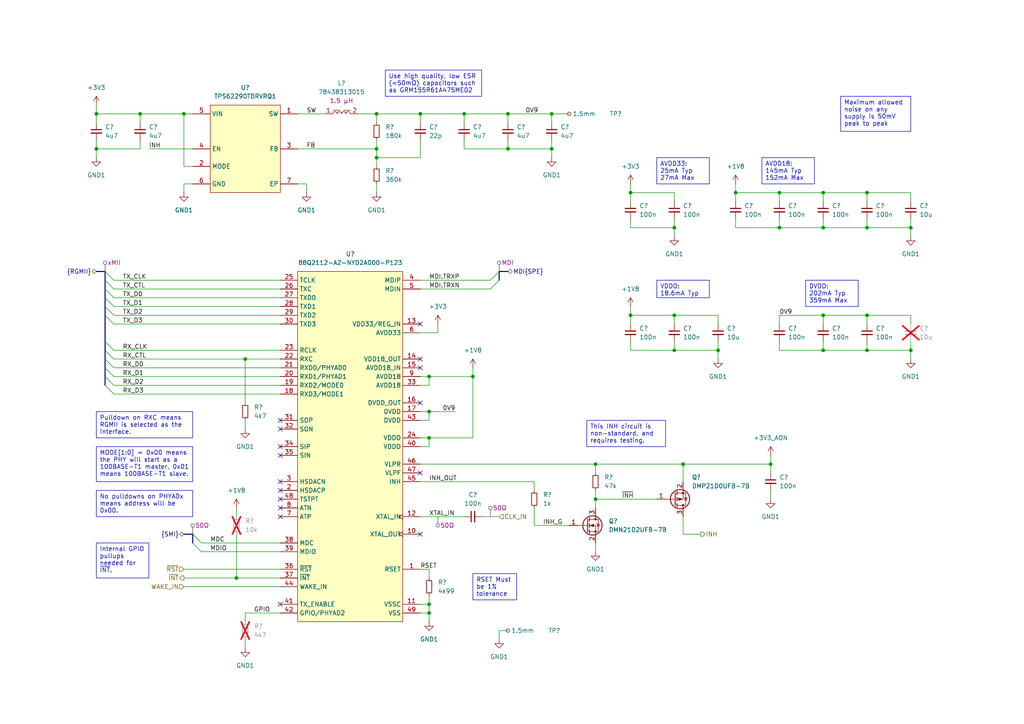
<source format=kicad_sch>
(kicad_sch (version 20250114) (generator "eeschema") (generator_version "9.0")
  (paper "A4")
  (title_block (title "1000BASE-T1 PHY") (date "2025-06-30"))
  (lib_symbols
    (symbol "Connector:TestPoint_Small" (pin_numbers (hide yes)) (pin_names (offset 0.762) (hide yes))
      (property "Reference" "TP" (at 0 3.81 0))
      (property "Value" "TestPoint_Small" (at 0 2.032 0))
      (symbol "TestPoint_Small_1_1"
        (pin passive line (at 0 0 90) (length 0) (name "1") (number "1"))
      )
    )
    (symbol "Device:C_Small" (pin_numbers (hide yes)) (pin_names (offset 0.254) (hide yes))
      (property "Reference" "C" (at 0.254 1.778 0))
      (property "Value" "C_Small" (at 0.254 -2.032 0))
      (symbol "C_Small_1_1"
        (pin passive line (at 0 2.54 270) (length 2.032) (name "~") (number "1"))
        (pin passive line (at 0 -2.54 90) (length 2.032) (name "~") (number "2"))
      )
    )
    (symbol "Device:R_Small" (pin_numbers (hide yes)) (pin_names (offset 0.254) (hide yes))
      (property "Reference" "R" (at 0 0 90))
      (property "Value" "R_Small" (at 1.778 0 90))
      (symbol "R_Small_1_1"
        (pin passive line (at 0 2.54 270) (length 0.762) (name "~") (number "1"))
        (pin passive line (at 0 -2.54 90) (length 0.762) (name "~") (number "2"))
      )
    )
    (symbol "ETH-PHY:88Q2112-A2-NYD2A000-P123"
      (property "Reference" "U" (at 0 5.08 0))
      (property "Value" "88Q2112-A2-NYD2A000-P123" (at 0 2.54 0))
      (symbol "88Q2112-A2-NYD2A000-P123_1_1"
        (pin input line (at -20.32 -2.54 0) (length 5.08) (name "TCLK") (number "25"))
        (pin input line (at -20.32 -5.08 0) (length 5.08) (name "TXC") (number "26"))
        (pin input line (at -20.32 -7.62 0) (length 5.08) (name "TXD0") (number "27"))
        (pin input line (at -20.32 -10.16 0) (length 5.08) (name "TXD1") (number "28"))
        (pin input line (at -20.32 -12.7 0) (length 5.08) (name "TXD2") (number "29"))
        (pin input line (at -20.32 -15.24 0) (length 5.08) (name "TXD3") (number "30"))
        (pin output line (at -20.32 -22.86 0) (length 5.08) (name "RCLK") (number "23"))
        (pin output line (at -20.32 -25.4 0) (length 5.08) (name "RXC") (number "22"))
        (pin output line (at -20.32 -27.94 0) (length 5.08) (name "RXD0/PHYAD0") (number "21"))
        (pin output line (at -20.32 -30.48 0) (length 5.08) (name "RXD1/PHYAD1") (number "20"))
        (pin output line (at -20.32 -33.02 0) (length 5.08) (name "RXD2/MODE0") (number "19"))
        (pin output line (at -20.32 -35.56 0) (length 5.08) (name "RXD3/MODE1") (number "18"))
        (pin output line (at -20.32 -43.18 0) (length 5.08) (name "SOP") (number "31"))
        (pin output line (at -20.32 -45.72 0) (length 5.08) (name "SON") (number "32"))
        (pin input line (at -20.32 -50.8 0) (length 5.08) (name "SIP") (number "34"))
        (pin input line (at -20.32 -53.34 0) (length 5.08) (name "SIN") (number "35"))
        (pin output line (at -20.32 -60.96 0) (length 5.08) (name "HSDACN") (number "3"))
        (pin output line (at -20.32 -63.5 0) (length 5.08) (name "HSDACP") (number "2"))
        (pin output line (at -20.32 -66.04 0) (length 5.08) (name "TSTPT") (number "48"))
        (pin output line (at -20.32 -68.58 0) (length 5.08) (name "ATN") (number "8"))
        (pin output line (at -20.32 -71.12 0) (length 5.08) (name "ATP") (number "7"))
        (pin input line (at -20.32 -78.74 0) (length 5.08) (name "MDC") (number "38"))
        (pin bidirectional line (at -20.32 -81.28 0) (length 5.08) (name "MDIO") (number "39"))
        (pin input line (at -20.32 -86.36 0) (length 5.08) (name "~{RST}") (number "36"))
        (pin output line (at -20.32 -88.9 0) (length 5.08) (name "~{INT}") (number "37"))
        (pin input line (at -20.32 -91.44 0) (length 5.08) (name "WAKE_IN") (number "44"))
        (pin bidirectional line (at -20.32 -96.52 0) (length 5.08) (name "TX_ENABLE") (number "41"))
        (pin bidirectional line (at -20.32 -99.06 0) (length 5.08) (name "GPIO/PHYAD2") (number "42"))
        (pin bidirectional line (at 20.32 -2.54 180) (length 5.08) (name "MDIP") (number "4"))
        (pin bidirectional line (at 20.32 -5.08 180) (length 5.08) (name "MDIN") (number "5"))
        (pin power_in line (at 20.32 -15.24 180) (length 5.08) (name "VDD33/REG_IN") (number "13"))
        (pin power_in line (at 20.32 -17.78 180) (length 5.08) (name "AVDD33") (number "6"))
        (pin power_out line (at 20.32 -25.4 180) (length 5.08) (name "VDD18_OUT") (number "14"))
        (pin power_in line (at 20.32 -27.94 180) (length 5.08) (name "AVDD18_IN") (number "15"))
        (pin power_in line (at 20.32 -30.48 180) (length 5.08) (name "AVDD18") (number "9"))
        (pin power_in line (at 20.32 -33.02 180) (length 5.08) (name "AVDD18") (number "33"))
        (pin power_out line (at 20.32 -38.1 180) (length 5.08) (name "DVDD_OUT") (number "16"))
        (pin power_in line (at 20.32 -40.64 180) (length 5.08) (name "DVDD") (number "17"))
        (pin power_in line (at 20.32 -43.18 180) (length 5.08) (name "DVDD") (number "43"))
        (pin power_in line (at 20.32 -48.26 180) (length 5.08) (name "VDDO") (number "24"))
        (pin power_in line (at 20.32 -50.8 180) (length 5.08) (name "VDDO") (number "40"))
        (pin input line (at 20.32 -55.88 180) (length 5.08) (name "VLPR") (number "46"))
        (pin input line (at 20.32 -58.42 180) (length 5.08) (name "VLPF") (number "47"))
        (pin output line (at 20.32 -60.96 180) (length 5.08) (name "INH") (number "45"))
        (pin input clock (at 20.32 -71.12 180) (length 5.08) (name "XTAL_IN") (number "12"))
        (pin input clock (at 20.32 -76.2 180) (length 5.08) (name "XTAL_OUT") (number "10"))
        (pin input line (at 20.32 -86.36 180) (length 5.08) (name "RSET") (number "1"))
        (pin passive line (at 20.32 -96.52 180) (length 5.08) (name "VSSC") (number "11"))
        (pin passive line (at 20.32 -99.06 180) (length 5.08) (name "VSS") (number "49"))
      )
    )
    (symbol "MOSFET:DMN21D2UFB-7B" (pin_names (hide yes))
      (property "Reference" "Q" (at 11.43 3.81 0))
      (property "Value" "DMN21D2UFB-7B" (at 11.43 1.27 0))
      (symbol "DMN21D2UFB-7B_1_1"
        (pin input line (at 0 0 0) (length 2.54) (name "G") (number "1"))
        (pin passive line (at 7.62 5.08 270) (length 2.54) (name "D") (number "3"))
        (pin passive line (at 7.62 -5.08 90) (length 2.54) (name "S") (number "2"))
      )
    )
    (symbol "MOSFET:DMP21D0UFB-7B" (pin_names (hide yes))
      (property "Reference" "Q" (at 3.81 2.54 0))
      (property "Value" "DMP21D0UFB-7B" (at 3.81 0 0))
      (symbol "DMP21D0UFB-7B_1_1"
        (pin input line (at -7.62 0 0) (length 2.54) (name "G") (number "1"))
        (pin passive line (at 0 5.08 270) (length 2.54) (name "D") (number "3"))
        (pin passive line (at 0 -5.08 90) (length 2.54) (name "S") (number "2"))
      )
    )
    (symbol "PWR-IND:1610_78438313015" (pin_names (hide yes))
      (property "Reference" "L" (at 0 8.89 0))
      (property "Value" "78438313015" (at 0 6.35 0))
      (property "Critical Parameter" "1.5 µH" (at 0 3.81 0))
      (symbol "1610_78438313015_1_1"
        (pin power_in line (at -5.08 0 0) (length 2.54) (name "1") (number "1"))
        (pin power_out line (at 5.08 0 180) (length 2.54) (name "2") (number "2"))
      )
    )
    (symbol "PWR-SMPS:TPS62290TDRVRQ1"
      (property "Reference" "U" (at 0 5.08 0))
      (property "Value" "TPS62290TDRVRQ1" (at 0 2.54 0))
      (symbol "TPS62290TDRVRQ1_1_1"
        (pin power_in line (at -15.24 -2.54 0) (length 5.08) (name "VIN") (number "5"))
        (pin input line (at -15.24 -12.7 0) (length 5.08) (name "EN") (number "4"))
        (pin input line (at -15.24 -17.78 0) (length 5.08) (name "MODE") (number "2"))
        (pin power_in line (at -15.24 -22.86 0) (length 5.08) (name "GND") (number "6"))
        (pin power_out line (at 15.24 -2.54 180) (length 5.08) (name "SW") (number "1"))
        (pin input line (at 15.24 -12.7 180) (length 5.08) (name "FB") (number "3"))
        (pin power_in line (at 15.24 -22.86 180) (length 5.08) (name "EP") (number "7"))
      )
    )
    (symbol "PWR-SYM:+3V3_AON" (power) (pin_numbers (hide yes)) (pin_names (offset 0) (hide yes))
      (property "Value" "+3V3_AON" (at 0 3.556 0))
      (symbol "+3V3_AON_1_1"
        (pin power_in line (at 0 0 90) (length 0) (name "~") (number "1"))
      )
    )
    (symbol "power:+1V8" (power) (pin_numbers (hide yes)) (pin_names (offset 0) (hide yes))
      (property "Value" "+1V8" (at 0 3.556 0))
      (symbol "+1V8_1_1"
        (pin power_in line (at 0 0 90) (length 0) (name "~") (number "1"))
      )
    )
    (symbol "power:+3V3" (power) (pin_numbers (hide yes)) (pin_names (offset 0) (hide yes))
      (property "Value" "+3V3" (at 0 3.556 0))
      (symbol "+3V3_1_1"
        (pin power_in line (at 0 0 90) (length 0) (name "~") (number "1"))
      )
    )
    (symbol "power:GND1" (power) (pin_numbers (hide yes)) (pin_names (offset 0) (hide yes))
      (property "Value" "GND1" (at 0 -3.81 0))
      (symbol "GND1_1_1"
        (pin power_in line (at 0 0 270) (length 0) (name "~") (number "1"))
      )
    )
  )
  (text_box "AVDD18:\n145mA Typ\n152mA Max" (at 220.98 45.72 0) (size 15.24 7.62) (margins 0.9525 0.9525 0.9525 0.9525) (effects (font (size 1.27 1.27)) (justify left top)))
  (text_box "RSET Must be 1% tolerance" (at 137.16 166.37 0) (size 12.7 7.62) (margins 0.9525 0.9525 0.9525 0.9525) (effects (font (size 1.27 1.27)) (justify left top)))
  (text_box "Use high quality, low ESR (<50mΩ) capacitors such as GRM155R61A475ME02" (at 111.76 20.32 0) (size 27.94 7.62) (margins 0.9525 0.9525 0.9525 0.9525) (effects (font (size 1.27 1.27)) (justify left top)))
  (text_box "No pulldowns on PHYADx means address will be 0x00." (at 27.94 142.24 0) (size 27.94 7.62) (margins 0.9525 0.9525 0.9525 0.9525) (effects (font (size 1.27 1.27)) (justify left top)))
  (text_box "AVDD33:\n25mA Typ\n27mA Max" (at 190.5 45.72 0) (size 15.24 7.62) (margins 0.9525 0.9525 0.9525 0.9525) (effects (font (size 1.27 1.27)) (justify left top)))
  (text_box "VDDO:\n18.6mA Typ" (at 190.5 81.28 0) (size 15.24 5.08) (margins 0.9525 0.9525 0.9525 0.9525) (effects (font (size 1.27 1.27)) (justify left top)))
  (text_box "DVDD:\n202mA Typ\n359mA Max" (at 233.68 81.28 0) (size 15.24 7.62) (margins 0.9525 0.9525 0.9525 0.9525) (effects (font (size 1.27 1.27)) (justify left top)))
  (text_box "This INH circuit is non-standard, and requires testing." (at 170.18 121.92 0) (size 22.86 7.62) (margins 0.9525 0.9525 0.9525 0.9525) (effects (font (size 1.27 1.27)) (justify left top)))
  (text_box "MODE[1:0] = 0x00 means the PHY will start as a 100BASE-T1 master, 0x01 means 100BASE-T1 slave." (at 27.94 129.54 0) (size 27.94 10.16) (margins 0.9525 0.9525 0.9525 0.9525) (effects (font (size 1.27 1.27)) (justify left top)))
  (text_box "Maximum allowed noise on any supply is 50mV peak to peak" (at 243.84 27.94 0) (size 20.32 10.16) (margins 0.9525 0.9525 0.9525 0.9525) (effects (font (size 1.27 1.27)) (justify left top)))
  (text_box "Internal GPIO pullups needed for ~{INT}." (at 27.94 157.48 0) (size 15.24 10.16) (margins 0.9525 0.9525 0.9525 0.9525) (effects (font (size 1.27 1.27)) (justify left top)))
  (text_box "Pulldown on RXC means RGMII is selected as the interface." (at 27.94 119.38 0) (size 27.94 7.62) (margins 0.9525 0.9525 0.9525 0.9525) (effects (font (size 1.27 1.27)) (justify left top)))
  (junction (at 134.62 33.02))
  (junction (at 226.06 55.88))
  (junction (at 53.34 33.02))
  (junction (at 172.72 144.78))
  (junction (at 208.28 101.6))
  (junction (at 238.76 101.6))
  (junction (at 213.36 55.88))
  (junction (at 68.58 167.64))
  (junction (at 264.16 101.6))
  (junction (at 27.94 43.18))
  (junction (at 251.46 101.6))
  (junction (at 124.46 127))
  (junction (at 160.02 33.02))
  (junction (at 137.16 109.22))
  (junction (at 238.76 66.04))
  (junction (at 251.46 66.04))
  (junction (at 238.76 55.88))
  (junction (at 195.58 91.44))
  (junction (at 182.88 55.88))
  (junction (at 121.92 33.02))
  (junction (at 160.02 43.18))
  (junction (at 251.46 91.44))
  (junction (at 27.94 33.02))
  (junction (at 109.22 33.02))
  (junction (at 172.72 134.62))
  (junction (at 195.58 66.04))
  (junction (at 264.16 66.04))
  (junction (at 147.32 33.02))
  (junction (at 198.12 134.62))
  (junction (at 124.46 109.22))
  (junction (at 109.22 45.72))
  (junction (at 226.06 66.04))
  (junction (at 147.32 43.18))
  (junction (at 109.22 43.18))
  (junction (at 182.88 91.44))
  (junction (at 124.46 175.26))
  (junction (at 40.64 33.02))
  (junction (at 124.46 177.8))
  (junction (at 223.52 134.62))
  (junction (at 124.46 119.38))
  (junction (at 251.46 55.88))
  (junction (at 195.58 101.6))
  (junction (at 238.76 91.44))
  (junction (at 71.12 104.14))
  (no_connect (at 81.28 132.08))
  (no_connect (at 81.28 147.32))
  (no_connect (at 81.28 142.24))
  (no_connect (at 81.28 149.86))
  (no_connect (at 81.28 144.78))
  (no_connect (at 81.28 124.46))
  (no_connect (at 81.28 175.26))
  (no_connect (at 121.92 104.14))
  (no_connect (at 81.28 139.7))
  (no_connect (at 121.92 154.94))
  (no_connect (at 121.92 137.16))
  (no_connect (at 81.28 129.54))
  (no_connect (at 121.92 106.68))
  (no_connect (at 121.92 116.84))
  (no_connect (at 121.92 93.98))
  (no_connect (at 81.28 121.92))
  (bus_entry (at 30.48 88.9) (size 2.54 2.54))
  (bus_entry (at 30.48 86.36) (size 2.54 2.54))
  (bus_entry (at 30.48 111.76) (size 2.54 2.54))
  (bus_entry (at 30.48 83.82) (size 2.54 2.54))
  (bus_entry (at 30.48 81.28) (size 2.54 2.54))
  (bus_entry (at 30.48 106.68) (size 2.54 2.54))
  (bus_entry (at 144.78 81.28) (size -2.54 2.54))
  (bus_entry (at 30.48 104.14) (size 2.54 2.54))
  (bus_entry (at 30.48 91.44) (size 2.54 2.54))
  (bus_entry (at 30.48 78.74) (size 2.54 2.54))
  (bus_entry (at 30.48 99.06) (size 2.54 2.54))
  (bus_entry (at 30.48 109.22) (size 2.54 2.54))
  (bus_entry (at 55.88 157.48) (size 2.54 2.54))
  (bus_entry (at 30.48 101.6) (size 2.54 2.54))
  (bus_entry (at 144.78 78.74) (size -2.54 2.54))
  (bus_entry (at 55.88 154.94) (size 2.54 2.54))
  (wire (pts (xy 124.46 119.38) (xy 132.08 119.38)))
  (wire (pts (xy 121.92 96.52) (xy 127 96.52)))
  (wire (pts (xy 68.58 147.32) (xy 68.58 149.86)))
  (wire (pts (xy 226.06 91.44) (xy 226.06 93.98)))
  (wire (pts (xy 124.46 129.54) (xy 124.46 127)))
  (wire (pts (xy 223.52 137.16) (xy 223.52 134.62)))
  (wire (pts (xy 182.88 91.44) (xy 195.58 91.44)))
  (wire (pts (xy 160.02 40.64) (xy 160.02 43.18)))
  (wire (pts (xy 27.94 40.64) (xy 27.94 43.18)))
  (wire (pts (xy 238.76 101.6) (xy 251.46 101.6)))
  (wire (pts (xy 121.92 127) (xy 124.46 127)))
  (wire (pts (xy 86.36 43.18) (xy 109.22 43.18)))
  (wire (pts (xy 213.36 53.34) (xy 213.36 55.88)))
  (wire (pts (xy 33.02 86.36) (xy 81.28 86.36)))
  (wire (pts (xy 121.92 139.7) (xy 154.94 139.7)))
  (wire (pts (xy 198.12 134.62) (xy 223.52 134.62)))
  (wire (pts (xy 238.76 55.88) (xy 226.06 55.88)))
  (wire (pts (xy 195.58 91.44) (xy 208.28 91.44)))
  (wire (pts (xy 71.12 104.14) (xy 81.28 104.14)))
  (wire (pts (xy 172.72 142.24) (xy 172.72 144.78)))
  (wire (pts (xy 40.64 33.02) (xy 40.64 35.56)))
  (wire (pts (xy 33.02 81.28) (xy 81.28 81.28)))
  (wire (pts (xy 121.92 33.02) (xy 134.62 33.02)))
  (wire (pts (xy 121.92 33.02) (xy 121.92 35.56)))
  (wire (pts (xy 71.12 180.34) (xy 71.12 177.8)))
  (wire (pts (xy 109.22 53.34) (xy 109.22 55.88)))
  (wire (pts (xy 264.16 58.42) (xy 264.16 55.88)))
  (wire (pts (xy 190.5 144.78) (xy 172.72 144.78)))
  (wire (pts (xy 121.92 175.26) (xy 124.46 175.26)))
  (wire (pts (xy 134.62 33.02) (xy 147.32 33.02)))
  (wire (pts (xy 144.78 185.42) (xy 144.78 182.88)))
  (wire (pts (xy 134.62 33.02) (xy 134.62 35.56)))
  (wire (pts (xy 33.02 111.76) (xy 81.28 111.76)))
  (wire (pts (xy 71.12 177.8) (xy 81.28 177.8)))
  (wire (pts (xy 195.58 101.6) (xy 195.58 99.06)))
  (wire (pts (xy 238.76 55.88) (xy 238.76 58.42)))
  (wire (pts (xy 121.92 111.76) (xy 124.46 111.76)))
  (wire (pts (xy 71.12 121.92) (xy 71.12 124.46)))
  (wire (pts (xy 53.34 48.26) (xy 53.34 33.02)))
  (wire (pts (xy 134.62 43.18) (xy 147.32 43.18)))
  (wire (pts (xy 121.92 165.1) (xy 124.46 165.1)))
  (wire (pts (xy 71.12 104.14) (xy 71.12 116.84)))
  (wire (pts (xy 121.92 119.38) (xy 124.46 119.38)))
  (wire (pts (xy 127 93.98) (xy 127 96.52)))
  (wire (pts (xy 264.16 99.06) (xy 264.16 101.6)))
  (wire (pts (xy 139.7 149.86) (xy 144.78 149.86)))
  (wire (pts (xy 238.76 66.04) (xy 238.76 63.5)))
  (wire (pts (xy 109.22 33.02) (xy 109.22 35.56)))
  (wire (pts (xy 208.28 101.6) (xy 208.28 104.14)))
  (wire (pts (xy 109.22 33.02) (xy 121.92 33.02)))
  (wire (pts (xy 121.92 45.72) (xy 109.22 45.72)))
  (wire (pts (xy 172.72 134.62) (xy 198.12 134.62)))
  (wire (pts (xy 172.72 157.48) (xy 172.72 160.02)))
  (wire (pts (xy 53.34 167.64) (xy 68.58 167.64)))
  (wire (pts (xy 124.46 177.8) (xy 124.46 180.34)))
  (wire (pts (xy 109.22 45.72) (xy 109.22 48.26)))
  (wire (pts (xy 198.12 134.62) (xy 198.12 139.7)))
  (wire (pts (xy 226.06 91.44) (xy 238.76 91.44)))
  (wire (pts (xy 147.32 33.02) (xy 160.02 33.02)))
  (wire (pts (xy 33.02 88.9) (xy 81.28 88.9)))
  (wire (pts (xy 160.02 45.72) (xy 160.02 43.18)))
  (wire (pts (xy 226.06 58.42) (xy 226.06 55.88)))
  (wire (pts (xy 121.92 83.82) (xy 142.24 83.82)))
  (wire (pts (xy 154.94 147.32) (xy 154.94 152.4)))
  (wire (pts (xy 238.76 91.44) (xy 251.46 91.44)))
  (wire (pts (xy 251.46 66.04) (xy 238.76 66.04)))
  (wire (pts (xy 154.94 139.7) (xy 154.94 142.24)))
  (wire (pts (xy 134.62 40.64) (xy 134.62 43.18)))
  (wire (pts (xy 195.58 101.6) (xy 208.28 101.6)))
  (wire (pts (xy 53.34 165.1) (xy 81.28 165.1)))
  (wire (pts (xy 33.02 101.6) (xy 81.28 101.6)))
  (wire (pts (xy 144.78 182.88) (xy 147.32 182.88)))
  (wire (pts (xy 40.64 40.64) (xy 40.64 43.18)))
  (wire (pts (xy 208.28 99.06) (xy 208.28 101.6)))
  (wire (pts (xy 71.12 185.42) (xy 71.12 187.96)))
  (wire (pts (xy 160.02 33.02) (xy 165.1 33.02)))
  (wire (pts (xy 264.16 101.6) (xy 264.16 104.14)))
  (wire (pts (xy 124.46 109.22) (xy 137.16 109.22)))
  (wire (pts (xy 124.46 167.64) (xy 124.46 165.1)))
  (wire (pts (xy 264.16 66.04) (xy 264.16 68.58)))
  (bus (pts (xy 30.48 106.68) (xy 30.48 109.22)))
  (wire (pts (xy 213.36 66.04) (xy 213.36 63.5)))
  (bus (pts (xy 27.94 78.74) (xy 30.48 78.74)))
  (wire (pts (xy 137.16 127) (xy 137.16 109.22)))
  (wire (pts (xy 223.52 132.08) (xy 223.52 134.62)))
  (wire (pts (xy 68.58 167.64) (xy 81.28 167.64)))
  (wire (pts (xy 195.58 66.04) (xy 195.58 68.58)))
  (wire (pts (xy 33.02 93.98) (xy 81.28 93.98)))
  (bus (pts (xy 30.48 99.06) (xy 30.48 101.6)))
  (wire (pts (xy 223.52 142.24) (xy 223.52 144.78)))
  (wire (pts (xy 33.02 83.82) (xy 81.28 83.82)))
  (wire (pts (xy 264.16 55.88) (xy 251.46 55.88)))
  (wire (pts (xy 160.02 33.02) (xy 160.02 35.56)))
  (wire (pts (xy 226.06 66.04) (xy 213.36 66.04)))
  (wire (pts (xy 27.94 43.18) (xy 40.64 43.18)))
  (wire (pts (xy 58.42 157.48) (xy 81.28 157.48)))
  (wire (pts (xy 55.88 48.26) (xy 53.34 48.26)))
  (wire (pts (xy 121.92 109.22) (xy 124.46 109.22)))
  (wire (pts (xy 195.58 66.04) (xy 182.88 66.04)))
  (wire (pts (xy 53.34 170.18) (xy 81.28 170.18)))
  (wire (pts (xy 198.12 154.94) (xy 203.2 154.94)))
  (wire (pts (xy 251.46 66.04) (xy 251.46 63.5)))
  (wire (pts (xy 195.58 101.6) (xy 182.88 101.6)))
  (wire (pts (xy 182.88 53.34) (xy 182.88 55.88)))
  (wire (pts (xy 124.46 177.8) (xy 121.92 177.8)))
  (wire (pts (xy 88.9 55.88) (xy 88.9 53.34)))
  (wire (pts (xy 68.58 154.94) (xy 68.58 167.64)))
  (wire (pts (xy 53.34 53.34) (xy 53.34 55.88)))
  (wire (pts (xy 154.94 152.4) (xy 165.1 152.4)))
  (wire (pts (xy 251.46 101.6) (xy 251.46 99.06)))
  (wire (pts (xy 121.92 129.54) (xy 124.46 129.54)))
  (wire (pts (xy 182.88 55.88) (xy 195.58 55.88)))
  (wire (pts (xy 33.02 106.68) (xy 81.28 106.68)))
  (wire (pts (xy 40.64 33.02) (xy 53.34 33.02)))
  (wire (pts (xy 172.72 134.62) (xy 172.72 137.16)))
  (wire (pts (xy 124.46 109.22) (xy 124.46 111.76)))
  (wire (pts (xy 208.28 93.98) (xy 208.28 91.44)))
  (bus (pts (xy 30.48 88.9) (xy 30.48 91.44)))
  (wire (pts (xy 195.58 93.98) (xy 195.58 91.44)))
  (wire (pts (xy 121.92 40.64) (xy 121.92 45.72)))
  (wire (pts (xy 198.12 149.86) (xy 198.12 154.94)))
  (wire (pts (xy 27.94 30.48) (xy 27.94 33.02)))
  (wire (pts (xy 251.46 93.98) (xy 251.46 91.44)))
  (wire (pts (xy 104.14 33.02) (xy 109.22 33.02)))
  (wire (pts (xy 264.16 66.04) (xy 264.16 63.5)))
  (wire (pts (xy 43.18 43.18) (xy 55.88 43.18)))
  (wire (pts (xy 226.06 66.04) (xy 226.06 63.5)))
  (wire (pts (xy 182.88 88.9) (xy 182.88 91.44)))
  (wire (pts (xy 27.94 33.02) (xy 40.64 33.02)))
  (wire (pts (xy 264.16 93.98) (xy 264.16 91.44)))
  (bus (pts (xy 30.48 109.22) (xy 30.48 111.76)))
  (wire (pts (xy 172.72 144.78) (xy 172.72 147.32)))
  (bus (pts (xy 53.34 154.94) (xy 55.88 154.94)))
  (wire (pts (xy 86.36 33.02) (xy 93.98 33.02)))
  (wire (pts (xy 58.42 160.02) (xy 81.28 160.02)))
  (wire (pts (xy 109.22 43.18) (xy 109.22 45.72)))
  (wire (pts (xy 55.88 53.34) (xy 53.34 53.34)))
  (wire (pts (xy 238.76 101.6) (xy 238.76 99.06)))
  (wire (pts (xy 124.46 121.92) (xy 124.46 119.38)))
  (wire (pts (xy 195.58 58.42) (xy 195.58 55.88)))
  (wire (pts (xy 251.46 55.88) (xy 251.46 58.42)))
  (wire (pts (xy 124.46 172.72) (xy 124.46 175.26)))
  (wire (pts (xy 109.22 40.64) (xy 109.22 43.18)))
  (wire (pts (xy 264.16 66.04) (xy 251.46 66.04)))
  (wire (pts (xy 182.88 66.04) (xy 182.88 63.5)))
  (wire (pts (xy 121.92 134.62) (xy 172.72 134.62)))
  (wire (pts (xy 182.88 101.6) (xy 182.88 99.06)))
  (bus (pts (xy 30.48 101.6) (xy 30.48 104.14)))
  (bus (pts (xy 30.48 91.44) (xy 30.48 99.06)))
  (wire (pts (xy 226.06 55.88) (xy 213.36 55.88)))
  (wire (pts (xy 121.92 149.86) (xy 134.62 149.86)))
  (wire (pts (xy 160.02 43.18) (xy 147.32 43.18)))
  (wire (pts (xy 238.76 93.98) (xy 238.76 91.44)))
  (wire (pts (xy 238.76 101.6) (xy 226.06 101.6)))
  (wire (pts (xy 121.92 121.92) (xy 124.46 121.92)))
  (bus (pts (xy 30.48 83.82) (xy 30.48 86.36)))
  (wire (pts (xy 251.46 101.6) (xy 264.16 101.6)))
  (bus (pts (xy 30.48 104.14) (xy 30.48 106.68)))
  (wire (pts (xy 33.02 104.14) (xy 71.12 104.14)))
  (wire (pts (xy 27.94 33.02) (xy 27.94 35.56)))
  (wire (pts (xy 88.9 53.34) (xy 86.36 53.34)))
  (wire (pts (xy 238.76 66.04) (xy 226.06 66.04)))
  (bus (pts (xy 144.78 78.74) (xy 144.78 81.28)))
  (wire (pts (xy 251.46 55.88) (xy 238.76 55.88)))
  (wire (pts (xy 27.94 45.72) (xy 27.94 43.18)))
  (wire (pts (xy 213.36 55.88) (xy 213.36 58.42)))
  (wire (pts (xy 147.32 40.64) (xy 147.32 43.18)))
  (wire (pts (xy 33.02 114.3) (xy 81.28 114.3)))
  (wire (pts (xy 121.92 81.28) (xy 142.24 81.28)))
  (bus (pts (xy 30.48 86.36) (xy 30.48 88.9)))
  (bus (pts (xy 30.48 81.28) (xy 30.48 83.82)))
  (bus (pts (xy 147.32 78.74) (xy 144.78 78.74)))
  (wire (pts (xy 53.34 33.02) (xy 55.88 33.02)))
  (wire (pts (xy 33.02 91.44) (xy 81.28 91.44)))
  (wire (pts (xy 33.02 109.22) (xy 81.28 109.22)))
  (bus (pts (xy 30.48 78.74) (xy 30.48 81.28)))
  (wire (pts (xy 124.46 175.26) (xy 124.46 177.8)))
  (wire (pts (xy 182.88 55.88) (xy 182.88 58.42)))
  (wire (pts (xy 124.46 127) (xy 137.16 127)))
  (wire (pts (xy 195.58 63.5) (xy 195.58 66.04)))
  (wire (pts (xy 137.16 106.68) (xy 137.16 109.22)))
  (wire (pts (xy 182.88 91.44) (xy 182.88 93.98)))
  (bus (pts (xy 55.88 154.94) (xy 55.88 157.48)))
  (wire (pts (xy 147.32 33.02) (xy 147.32 35.56)))
  (wire (pts (xy 226.06 101.6) (xy 226.06 99.06)))
  (wire (pts (xy 251.46 91.44) (xy 264.16 91.44)))
  (label "0V9" (at 226.06 91.44 0))
  (label "MDI.TRXP" (at 124.46 81.28 0))
  (label "0V9" (at 152.4 33.02 0))
  (label "MDIO" (at 60.96 160.02 0))
  (label "RX_D2" (at 35.56 111.76 0))
  (label "RX_D0" (at 35.56 106.68 0))
  (label "TX_D0" (at 35.56 86.36 0))
  (label "INH_G" (at 157.48 152.4 0))
  (label "TX_D2" (at 35.56 91.44 0))
  (label "RX_D3" (at 35.56 114.3 0))
  (label "MDC" (at 60.96 157.48 0))
  (label "TX_CLK" (at 35.56 81.28 0))
  (label "TX_D1" (at 35.56 88.9 0))
  (label "TX_D3" (at 35.56 93.98 0))
  (label "INH_OUT" (at 124.46 139.7 0))
  (label "MDI.TRXN" (at 124.46 83.82 0))
  (label "RX_CLK" (at 35.56 101.6 0))
  (label "GPIO" (at 73.66 177.8 0))
  (label "FB" (at 88.9 43.18 0))
  (label "RX_CTL" (at 35.56 104.14 0))
  (label "SW" (at 88.9 33.02 0))
  (label "TX_CTL" (at 35.56 83.82 0))
  (label "RSET" (at 121.92 165.1 0))
  (label "XTAL_IN" (at 124.46 149.86 0))
  (label "~{INH}" (at 180.34 144.78 0))
  (label "0V9" (at 132.08 119.38 180))
  (label "INH" (at 43.18 43.18 0))
  (label "RX_D1" (at 35.56 109.22 0))
  (hierarchical_label "~{INT}" (shape output) (at 53.34 167.64 180))
  (hierarchical_label "{RGMII}" (shape bidirectional) (at 27.94 78.74 180))
  (hierarchical_label "{SMI}" (shape bidirectional) (at 53.34 154.94 180))
  (hierarchical_label "~{RST}" (shape input) (at 53.34 165.1 180))
  (hierarchical_label "MDI{SPE}" (shape bidirectional) (at 147.32 78.74 0))
  (hierarchical_label "WAKE_IN" (shape input) (at 53.34 170.18 180))
  (hierarchical_label "INH" (shape output) (at 203.2 154.94 0))
  (hierarchical_label "CLK_IN" (shape input) (at 144.78 149.86 0))
  (netclass_flag "" (length 2.54) (shape round) (at 30.48 78.74 0) (property "Netclass" "xMII" (at 31.1785 76.2 0) (effects (justify left))))
  (netclass_flag "" (length 2.54) (shape round) (at 127 149.86 180) (property "Netclass" "50Ω" (at 127.6985 152.4 0) (effects (justify left))))
  (netclass_flag "" (length 2.54) (shape round) (at 55.88 154.94 0) (property "Netclass" "50Ω" (at 56.5785 152.4 0) (effects (justify left))))
  (netclass_flag "" (length 2.54) (shape round) (at 144.78 78.74 0) (property "Netclass" "MDI" (at 145.4785 76.2 0) (effects (justify left))))
  (netclass_flag "" (length 2.54) (shape round) (at 142.24 149.86 0) (property "Netclass" "50Ω" (at 142.9385 147.32 0) (effects (justify left))))
  (symbol (lib_id "Device:C_Small") (at 238.76 60.96 0) (unit 1)
    (property "Reference" "C1317" (at 241.3 59.6962 0) (effects (justify left)))
    (property "Value" "100n" (at 241.3 62.2362 0) (effects (justify left)))
    (property "Footprint" "Capacitor_SMD:C_0402_1005Metric" (effects (hide yes)))
    (property "Description" "Unpolarized capacitor, small symbol" (effects (hide yes)))
    (instances (project "switch_main_v5" (path "" (reference "C?") (unit 1)) (path "" (reference "C?") (unit 1)) (path "" (reference "C1317") (unit 1)) (path "" (reference "C?") (unit 1)) (path "" (reference "C?") (unit 1))))
  )
  (symbol (lib_id "PWR-SMPS:TPS62290TDRVRQ1") (at 71.12 30.48 0) (unit 1)
    (property "Reference" "U1301" (at 71.12 25.4 0))
    (property "Value" "TPS62290TDRVRQ1" (at 71.12 27.94 0))
    (property "Footprint" "project_footprints:SON65P200X200X80-7N" (effects (hide yes)))
    (property "Datasheet" "http://www.ti.com/lit/gpn/tps62290-q1" (effects (hide yes)))
    (property "Description" "Automotive 2.3V to 6V, 2.25MHz Fixed Frequency 1A Buck Converter in 2x2mm SON/TSOT23 Package" (effects (hide yes)))
    (property "Height" "0.8" (effects (hide yes)))
    (property "Mouser Part Number" "595-TPS62290TDRVRQ1" (effects (hide yes)))
    (property "Mouser Price/Stock" "https://www.mouser.co.uk/ProductDetail/Texas-Instruments/TPS62290TDRVRQ1?qs=NiBvnJE4bX0YWtuMnJowVQ%3D%3D" (effects (hide yes)))
    (property "Manufacturer_Name" "Texas Instruments" (effects (hide yes)))
    (property "Manufacturer_Part_Number" "TPS62290TDRVRQ1" (effects (hide yes)))
    (instances (project "switch_main_v5" (path "" (reference "U?") (unit 1)) (path "" (reference "U?") (unit 1)) (path "" (reference "U1301") (unit 1)) (path "" (reference "U?") (unit 1)) (path "" (reference "U?") (unit 1))))
  )
  (symbol (lib_id "Device:C_Small") (at 238.76 96.52 0) (unit 1)
    (property "Reference" "C1318" (at 241.3 95.2562 0) (effects (justify left)))
    (property "Value" "100n" (at 241.3 97.7962 0) (effects (justify left)))
    (property "Footprint" "Capacitor_SMD:C_0402_1005Metric" (effects (hide yes)))
    (property "Description" "Unpolarized capacitor, small symbol" (effects (hide yes)))
    (instances (project "switch_main_v5" (path "" (reference "C?") (unit 1)) (path "" (reference "C?") (unit 1)) (path "" (reference "C1318") (unit 1)) (path "" (reference "C?") (unit 1)) (path "" (reference "C?") (unit 1))))
  )
  (symbol (lib_id "Device:C_Small") (at 251.46 60.96 0) (unit 1)
    (property "Reference" "C1319" (at 254 59.6962 0) (effects (justify left)))
    (property "Value" "100n" (at 254 62.2362 0) (effects (justify left)))
    (property "Footprint" "Capacitor_SMD:C_0402_1005Metric" (effects (hide yes)))
    (property "Description" "Unpolarized capacitor, small symbol" (effects (hide yes)))
    (instances (project "switch_main_v5" (path "" (reference "C?") (unit 1)) (path "" (reference "C?") (unit 1)) (path "" (reference "C1319") (unit 1)) (path "" (reference "C?") (unit 1)) (path "" (reference "C?") (unit 1))))
  )
  (symbol (lib_id "Device:R_Small") (at 109.22 38.1 0) (unit 1)
    (property "Reference" "R1304" (at 111.76 36.8299 0) (effects (justify left)))
    (property "Value" "180k" (at 111.76 39.3699 0) (effects (justify left)))
    (property "Footprint" "Resistor_SMD:R_0402_1005Metric" (effects (hide yes)))
    (property "Description" "Resistor, small symbol" (effects (hide yes)))
    (instances (project "switch_main_v5" (path "" (reference "R?") (unit 1)) (path "" (reference "R?") (unit 1)) (path "" (reference "R1304") (unit 1)) (path "" (reference "R?") (unit 1)) (path "" (reference "R?") (unit 1))))
  )
  (symbol (lib_id "power:+3V3") (at 27.94 30.48 0) (unit 1)
    (property "Reference" "#PWR01301" (effects (hide yes)))
    (property "Value" "+3V3" (at 27.94 25.4 0))
    (property "Description" "Power symbol creates a global label with name \"+3V3\"" (effects (hide yes)))
    (instances (project "switch_main_v5" (path "" (reference "#PWR?") (unit 1)) (path "" (reference "#PWR?") (unit 1)) (path "" (reference "#PWR01301") (unit 1)) (path "" (reference "#PWR?") (unit 1)) (path "" (reference "#PWR?") (unit 1))))
  )
  (symbol (lib_id "Device:C_Small") (at 40.64 38.1 0) (unit 1)
    (property "Reference" "C1302" (at 43.18 36.8362 0) (effects (justify left)))
    (property "Value" "4u7" (at 43.18 39.3762 0) (effects (justify left)))
    (property "Footprint" "Capacitor_SMD:C_0402_1005Metric" (effects (hide yes)))
    (property "Description" "Unpolarized capacitor, small symbol" (effects (hide yes)))
    (instances (project "switch_main_v5" (path "" (reference "C?") (unit 1)) (path "" (reference "C?") (unit 1)) (path "" (reference "C1302") (unit 1)) (path "" (reference "C?") (unit 1)) (path "" (reference "C?") (unit 1))))
  )
  (symbol (lib_id "Device:R_Small") (at 109.22 50.8 0) (unit 1)
    (property "Reference" "R1305" (at 111.76 49.5299 0) (effects (justify left)))
    (property "Value" "360k" (at 111.76 52.0699 0) (effects (justify left)))
    (property "Footprint" "Resistor_SMD:R_0402_1005Metric" (effects (hide yes)))
    (property "Description" "Resistor, small symbol" (effects (hide yes)))
    (instances (project "switch_main_v5" (path "" (reference "R?") (unit 1)) (path "" (reference "R?") (unit 1)) (path "" (reference "R1305") (unit 1)) (path "" (reference "R?") (unit 1)) (path "" (reference "R?") (unit 1))))
  )
  (symbol (lib_id "Device:C_Small") (at 223.52 139.7 0) (unit 1)
    (property "Reference" "C1314" (at 226.06 138.4362 0) (effects (justify left)))
    (property "Value" "100n" (at 226.06 140.9762 0) (effects (justify left)))
    (property "Footprint" "Capacitor_SMD:C_0402_1005Metric" (effects (hide yes)))
    (property "Description" "Unpolarized capacitor, small symbol" (effects (hide yes)))
    (instances (project "switch_main_v5" (path "" (reference "C?") (unit 1)) (path "" (reference "C?") (unit 1)) (path "" (reference "C1314") (unit 1)) (path "" (reference "C?") (unit 1)) (path "" (reference "C?") (unit 1))))
  )
  (symbol (lib_id "Device:C_Small") (at 137.16 149.86 90) (unit 1)
    (property "Reference" "C1305" (at 137.1663 143.51 90))
    (property "Value" "100n" (at 137.1663 146.05 90))
    (property "Footprint" "Capacitor_SMD:C_0402_1005Metric" (effects (hide yes)))
    (property "Description" "Unpolarized capacitor, small symbol" (effects (hide yes)))
    (instances (project "switch_main_v5" (path "" (reference "C?") (unit 1)) (path "" (reference "C?") (unit 1)) (path "" (reference "C1305") (unit 1)) (path "" (reference "C?") (unit 1)) (path "" (reference "C?") (unit 1))))
  )
  (symbol (lib_id "Device:C_Small") (at 213.36 60.96 0) (unit 1)
    (property "Reference" "C1313" (at 215.9 59.6962 0) (effects (justify left)))
    (property "Value" "100n" (at 215.9 62.2362 0) (effects (justify left)))
    (property "Footprint" "Capacitor_SMD:C_0402_1005Metric" (effects (hide yes)))
    (property "Description" "Unpolarized capacitor, small symbol" (effects (hide yes)))
    (instances (project "switch_main_v5" (path "" (reference "C?") (unit 1)) (path "" (reference "C?") (unit 1)) (path "" (reference "C1313") (unit 1)) (path "" (reference "C?") (unit 1)) (path "" (reference "C?") (unit 1))))
  )
  (symbol (lib_id "Device:C_Small") (at 147.32 38.1 0) (unit 1)
    (property "Reference" "C1306" (at 149.86 36.8362 0) (effects (justify left)))
    (property "Value" "4u7" (at 149.86 39.3762 0) (effects (justify left)))
    (property "Footprint" "Capacitor_SMD:C_0402_1005Metric" (effects (hide yes)))
    (property "Description" "Unpolarized capacitor, small symbol" (effects (hide yes)))
    (instances (project "switch_main_v5" (path "" (reference "C?") (unit 1)) (path "" (reference "C?") (unit 1)) (path "" (reference "C1306") (unit 1)) (path "" (reference "C?") (unit 1)) (path "" (reference "C?") (unit 1))))
  )
  (symbol (lib_id "power:GND1") (at 160.02 45.72 0) (unit 1)
    (property "Reference" "#PWR01313" (effects (hide yes)))
    (property "Value" "GND1" (at 160.02 50.8 0))
    (property "Description" "Power symbol creates a global label with name \"GND1\" , ground" (effects (hide yes)))
    (instances (project "switch_main_v5" (path "" (reference "#PWR?") (unit 1)) (path "" (reference "#PWR?") (unit 1)) (path "" (reference "#PWR01313") (unit 1)) (path "" (reference "#PWR?") (unit 1)) (path "" (reference "#PWR?") (unit 1))))
  )
  (symbol (lib_id "Device:C_Small") (at 134.62 38.1 0) (unit 1)
    (property "Reference" "C1304" (at 137.16 36.8362 0) (effects (justify left)))
    (property "Value" "4u7" (at 137.16 39.3762 0) (effects (justify left)))
    (property "Footprint" "Capacitor_SMD:C_0402_1005Metric" (effects (hide yes)))
    (property "Description" "Unpolarized capacitor, small symbol" (effects (hide yes)))
    (instances (project "switch_main_v5" (path "" (reference "C?") (unit 1)) (path "" (reference "C?") (unit 1)) (path "" (reference "C1304") (unit 1)) (path "" (reference "C?") (unit 1)) (path "" (reference "C?") (unit 1))))
  )
  (symbol (lib_id "Connector:TestPoint_Small") (at 147.32 182.88 0) (unit 1) (in_bom no)
    (property "Reference" "TP1301" (at 162.56 182.88 0) (effects (justify right)))
    (property "Value" "1.5mm" (at 154.94 182.88 0) (effects (justify right)))
    (property "Footprint" "TestPoint:TestPoint_Pad_D1.5mm" (effects (hide yes)))
    (property "Description" "test point" (effects (hide yes)))
    (instances (project "switch_main_v5" (path "" (reference "TP?") (unit 1)) (path "" (reference "TP?") (unit 1)) (path "" (reference "TP1301") (unit 1)) (path "" (reference "TP?") (unit 1)) (path "" (reference "TP?") (unit 1))))
  )
  (symbol (lib_id "power:+3V3") (at 182.88 53.34 0) (unit 1)
    (property "Reference" "#PWR01315" (effects (hide yes)))
    (property "Value" "+3V3" (at 182.88 48.26 0))
    (property "Description" "Power symbol creates a global label with name \"+3V3\"" (effects (hide yes)))
    (instances (project "switch_main_v5" (path "" (reference "#PWR?") (unit 1)) (path "" (reference "#PWR?") (unit 1)) (path "" (reference "#PWR01315") (unit 1)) (path "" (reference "#PWR?") (unit 1)) (path "" (reference "#PWR?") (unit 1))))
  )
  (symbol (lib_id "power:GND1") (at 124.46 180.34 0) (unit 1)
    (property "Reference" "#PWR01309" (effects (hide yes)))
    (property "Value" "GND1" (at 124.46 185.42 0))
    (property "Description" "Power symbol creates a global label with name \"GND1\" , ground" (effects (hide yes)))
    (instances (project "switch_main_v5" (path "" (reference "#PWR?") (unit 1)) (path "" (reference "#PWR?") (unit 1)) (path "" (reference "#PWR01309") (unit 1)) (path "" (reference "#PWR?") (unit 1)) (path "" (reference "#PWR?") (unit 1))))
  )
  (symbol (lib_id "Device:R_Small") (at 71.12 119.38 180) (unit 1)
    (property "Reference" "R1302" (at 73.66 118.1099 0) (effects (justify right)))
    (property "Value" "4k7" (at 73.66 120.6499 0) (effects (justify right)))
    (property "Footprint" "Resistor_SMD:R_0402_1005Metric" (effects (hide yes)))
    (property "Description" "Resistor, small symbol" (effects (hide yes)))
    (instances (project "switch_main_v5" (path "" (reference "R?") (unit 1)) (path "" (reference "R?") (unit 1)) (path "" (reference "R1302") (unit 1)) (path "" (reference "R?") (unit 1)) (path "" (reference "R?") (unit 1))))
  )
  (symbol (lib_id "Device:C_Small") (at 251.46 96.52 0) (unit 1)
    (property "Reference" "C1320" (at 254 95.2562 0) (effects (justify left)))
    (property "Value" "100n" (at 254 97.7962 0) (effects (justify left)))
    (property "Footprint" "Capacitor_SMD:C_0402_1005Metric" (effects (hide yes)))
    (property "Description" "Unpolarized capacitor, small symbol" (effects (hide yes)))
    (instances (project "switch_main_v5" (path "" (reference "C?") (unit 1)) (path "" (reference "C?") (unit 1)) (path "" (reference "C1320") (unit 1)) (path "" (reference "C?") (unit 1)) (path "" (reference "C?") (unit 1))))
  )
  (symbol (lib_id "Device:C_Small") (at 182.88 96.52 0) (unit 1)
    (property "Reference" "C1309" (at 185.42 95.2562 0) (effects (justify left)))
    (property "Value" "100n" (at 185.42 97.7962 0) (effects (justify left)))
    (property "Footprint" "Capacitor_SMD:C_0402_1005Metric" (effects (hide yes)))
    (property "Description" "Unpolarized capacitor, small symbol" (effects (hide yes)))
    (instances (project "switch_main_v5" (path "" (reference "C?") (unit 1)) (path "" (reference "C?") (unit 1)) (path "" (reference "C1309") (unit 1)) (path "" (reference "C?") (unit 1)) (path "" (reference "C?") (unit 1))))
  )
  (symbol (lib_id "power:GND1") (at 172.72 160.02 0) (unit 1)
    (property "Reference" "#PWR01314" (effects (hide yes)))
    (property "Value" "GND1" (at 172.72 165.1 0))
    (property "Description" "Power symbol creates a global label with name \"GND1\" , ground" (effects (hide yes)))
    (instances (project "switch_main_v5" (path "" (reference "#PWR?") (unit 1)) (path "" (reference "#PWR?") (unit 1)) (path "" (reference "#PWR01314") (unit 1)) (path "" (reference "#PWR?") (unit 1)) (path "" (reference "#PWR?") (unit 1))))
  )
  (symbol (lib_id "Device:C_Small") (at 208.28 96.52 0) (unit 1)
    (property "Reference" "C1312" (at 210.82 95.2562 0) (effects (justify left)))
    (property "Value" "10u" (at 210.82 97.7962 0) (effects (justify left)))
    (property "Footprint" "Capacitor_SMD:C_0402_1005Metric" (effects (hide yes)))
    (property "Description" "Unpolarized capacitor, small symbol" (effects (hide yes)))
    (instances (project "switch_main_v5" (path "" (reference "C?") (unit 1)) (path "" (reference "C?") (unit 1)) (path "" (reference "C1312") (unit 1)) (path "" (reference "C?") (unit 1)) (path "" (reference "C?") (unit 1))))
  )
  (symbol (lib_id "Device:R_Small") (at 68.58 152.4 180) (unit 1) (in_bom no) (on_board no) (dnp yes)
    (property "Reference" "R1301" (at 71.12 151.1299 0) (effects (justify right)))
    (property "Value" "10k" (at 71.12 153.6699 0) (effects (justify right)))
    (property "Footprint" "Resistor_SMD:R_0402_1005Metric" (effects (hide yes)))
    (property "Description" "Resistor, small symbol" (effects (hide yes)))
    (instances (project "switch_main_v5" (path "" (reference "R?") (unit 1)) (path "" (reference "R?") (unit 1)) (path "" (reference "R1301") (unit 1)) (path "" (reference "R?") (unit 1)) (path "" (reference "R?") (unit 1))))
  )
  (symbol (lib_id "power:GND1") (at 71.12 124.46 0) (unit 1)
    (property "Reference" "#PWR01305" (effects (hide yes)))
    (property "Value" "GND1" (at 71.12 129.54 0))
    (property "Description" "Power symbol creates a global label with name \"GND1\" , ground" (effects (hide yes)))
    (instances (project "switch_main_v5" (path "" (reference "#PWR?") (unit 1)) (path "" (reference "#PWR?") (unit 1)) (path "" (reference "#PWR01305") (unit 1)) (path "" (reference "#PWR?") (unit 1)) (path "" (reference "#PWR?") (unit 1))))
  )
  (symbol (lib_id "power:+1V8") (at 182.88 88.9 0) (unit 1)
    (property "Reference" "#PWR01316" (effects (hide yes)))
    (property "Value" "+1V8" (at 182.88 83.82 0))
    (property "Description" "Power symbol creates a global label with name \"+1V8\"" (effects (hide yes)))
    (instances (project "switch_main_v5" (path "" (reference "#PWR?") (unit 1)) (path "" (reference "#PWR?") (unit 1)) (path "" (reference "#PWR01316") (unit 1)) (path "" (reference "#PWR?") (unit 1)) (path "" (reference "#PWR?") (unit 1))))
  )
  (symbol (lib_id "power:+1V8") (at 68.58 147.32 0) (unit 1)
    (property "Reference" "#PWR01304" (effects (hide yes)))
    (property "Value" "+1V8" (at 68.58 142.24 0))
    (property "Description" "Power symbol creates a global label with name \"+1V8\"" (effects (hide yes)))
    (instances (project "switch_main_v5" (path "" (reference "#PWR?") (unit 1)) (path "" (reference "#PWR?") (unit 1)) (path "" (reference "#PWR01304") (unit 1)) (path "" (reference "#PWR?") (unit 1)) (path "" (reference "#PWR?") (unit 1))))
  )
  (symbol (lib_id "Device:C_Small") (at 226.06 96.52 0) (unit 1)
    (property "Reference" "C1316" (at 228.6 95.2562 0) (effects (justify left)))
    (property "Value" "100n" (at 228.6 97.7962 0) (effects (justify left)))
    (property "Footprint" "Capacitor_SMD:C_0402_1005Metric" (effects (hide yes)))
    (property "Description" "Unpolarized capacitor, small symbol" (effects (hide yes)))
    (instances (project "switch_main_v5" (path "" (reference "C?") (unit 1)) (path "" (reference "C?") (unit 1)) (path "" (reference "C1316") (unit 1)) (path "" (reference "C?") (unit 1)) (path "" (reference "C?") (unit 1))))
  )
  (symbol (lib_id "power:+1V8") (at 137.16 106.68 0) (unit 1)
    (property "Reference" "#PWR01311" (effects (hide yes)))
    (property "Value" "+1V8" (at 137.16 101.6 0))
    (property "Description" "Power symbol creates a global label with name \"+1V8\"" (effects (hide yes)))
    (instances (project "switch_main_v5" (path "" (reference "#PWR?") (unit 1)) (path "" (reference "#PWR?") (unit 1)) (path "" (reference "#PWR01311") (unit 1)) (path "" (reference "#PWR?") (unit 1)) (path "" (reference "#PWR?") (unit 1))))
  )
  (symbol (lib_id "Device:R_Small") (at 71.12 182.88 180) (unit 1) (in_bom no) (on_board no) (dnp yes)
    (property "Reference" "R1303" (at 73.66 181.6099 0) (effects (justify right)))
    (property "Value" "4k7" (at 73.66 184.1499 0) (effects (justify right)))
    (property "Footprint" "Resistor_SMD:R_0402_1005Metric" (effects (hide yes)))
    (property "Description" "Resistor, small symbol" (effects (hide yes)))
    (instances (project "switch_main_v5" (path "" (reference "R?") (unit 1)) (path "" (reference "R?") (unit 1)) (path "" (reference "R1303") (unit 1)) (path "" (reference "R?") (unit 1)) (path "" (reference "R?") (unit 1))))
  )
  (symbol (lib_id "power:+1V8") (at 213.36 53.34 0) (unit 1)
    (property "Reference" "#PWR01319" (effects (hide yes)))
    (property "Value" "+1V8" (at 213.36 48.26 0))
    (property "Description" "Power symbol creates a global label with name \"+1V8\"" (effects (hide yes)))
    (instances (project "switch_main_v5" (path "" (reference "#PWR?") (unit 1)) (path "" (reference "#PWR?") (unit 1)) (path "" (reference "#PWR01319") (unit 1)) (path "" (reference "#PWR?") (unit 1)) (path "" (reference "#PWR?") (unit 1))))
  )
  (symbol (lib_id "PWR-IND:1610_78438313015") (at 99.06 33.02 0) (unit 1)
    (property "Reference" "L1301" (at 99.06 24.13 0))
    (property "Value" "78438313015" (at 99.06 26.67 0))
    (property "Footprint" "project_footprints:L_Wurth_WE-MAIA-1610" (effects (hide yes)))
    (property "Datasheet" "https://www.we-online.com/catalog/datasheet/78438313015.pdf?ki" (effects (hide yes)))
    (property "Description" "Single Coil Power Inductor" (effects (hide yes)))
    (property "Manufacturer" "Wurth Elektronik" (effects (hide yes)))
    (property "Manufacturer URL" "https://www.we-online.com" (effects (hide yes)))
    (property "Published Date" "20250429" (effects (hide yes)))
    (property "Match Code" "WE-MAIA" (effects (hide yes)))
    (property "Part Number" "78438313015" (effects (hide yes)))
    (property "Size" "1610" (effects (hide yes)))
    (property "Mounting Technology" "SMT" (effects (hide yes)))
    (property "L (µH)" "1.5" (effects (hide yes)))
    (property "ISAT,10% (A)" "1.8" (effects (hide yes)))
    (property "ISAT,30% (A)" "3.45" (effects (hide yes)))
    (property "RDC max. (mΩ)" "237.0" (effects (hide yes)))
    (property "fres (MHz)" "90.0" (effects (hide yes)))
    (property "IRP,40K (A)" "1.8" (effects (hide yes)))
    (property "Critical Parameter" "1.5 µH" (at 99.06 29.21 0))
    (instances (project "switch_main_v5" (path "" (reference "L?") (unit 1)) (path "" (reference "L?") (unit 1)) (path "" (reference "L1301") (unit 1)) (path "" (reference "L?") (unit 1)) (path "" (reference "L?") (unit 1))))
  )
  (symbol (lib_id "power:GND1") (at 27.94 45.72 0) (mirror y) (unit 1)
    (property "Reference" "#PWR01302" (effects (hide yes)))
    (property "Value" "GND1" (at 27.94 50.8 0))
    (property "Description" "Power symbol creates a global label with name \"GND1\" , ground" (effects (hide yes)))
    (instances (project "switch_main_v5" (path "" (reference "#PWR?") (unit 1)) (path "" (reference "#PWR?") (unit 1)) (path "" (reference "#PWR01302") (unit 1)) (path "" (reference "#PWR?") (unit 1)) (path "" (reference "#PWR?") (unit 1))))
  )
  (symbol (lib_id "PWR-SYM:+3V3_AON") (at 223.52 132.08 0) (unit 1)
    (property "Reference" "#PWR01320" (effects (hide yes)))
    (property "Value" "+3V3_AON" (at 223.52 127 0))
    (property "Description" "Power symbol creates a global label with name \"+3V3_AON\"" (effects (hide yes)))
    (instances (project "switch_main_v5" (path "" (reference "#PWR?") (unit 1)) (path "" (reference "#PWR?") (unit 1)) (path "" (reference "#PWR01320") (unit 1)) (path "" (reference "#PWR?") (unit 1)) (path "" (reference "#PWR?") (unit 1))))
  )
  (symbol (lib_id "power:GND1") (at 88.9 55.88 0) (unit 1)
    (property "Reference" "#PWR01307" (effects (hide yes)))
    (property "Value" "GND1" (at 88.9 60.96 0))
    (property "Description" "Power symbol creates a global label with name \"GND1\" , ground" (effects (hide yes)))
    (instances (project "switch_main_v5" (path "" (reference "#PWR?") (unit 1)) (path "" (reference "#PWR?") (unit 1)) (path "" (reference "#PWR01307") (unit 1)) (path "" (reference "#PWR?") (unit 1)) (path "" (reference "#PWR?") (unit 1))))
  )
  (symbol (lib_id "power:GND1") (at 195.58 68.58 0) (unit 1)
    (property "Reference" "#PWR01317" (effects (hide yes)))
    (property "Value" "GND1" (at 195.58 73.66 0))
    (property "Description" "Power symbol creates a global label with name \"GND1\" , ground" (effects (hide yes)))
    (instances (project "switch_main_v5" (path "" (reference "#PWR?") (unit 1)) (path "" (reference "#PWR?") (unit 1)) (path "" (reference "#PWR01317") (unit 1)) (path "" (reference "#PWR?") (unit 1)) (path "" (reference "#PWR?") (unit 1))))
  )
  (symbol (lib_id "Device:R_Small") (at 172.72 139.7 180) (unit 1)
    (property "Reference" "R1308" (at 175.26 138.4299 0) (effects (justify right)))
    (property "Value" "47k" (at 175.26 140.9699 0) (effects (justify right)))
    (property "Footprint" "Resistor_SMD:R_0402_1005Metric" (effects (hide yes)))
    (property "Description" "Resistor, small symbol" (effects (hide yes)))
    (instances (project "switch_main_v5" (path "" (reference "R?") (unit 1)) (path "" (reference "R?") (unit 1)) (path "" (reference "R1308") (unit 1)) (path "" (reference "R?") (unit 1)) (path "" (reference "R?") (unit 1))))
  )
  (symbol (lib_id "Device:R_Small") (at 154.94 144.78 180) (unit 1)
    (property "Reference" "R1307" (at 157.48 143.5099 0) (effects (justify right)))
    (property "Value" "1k" (at 157.48 146.0499 0) (effects (justify right)))
    (property "Footprint" "Resistor_SMD:R_0402_1005Metric" (effects (hide yes)))
    (property "Description" "Resistor, small symbol" (effects (hide yes)))
    (instances (project "switch_main_v5" (path "" (reference "R?") (unit 1)) (path "" (reference "R?") (unit 1)) (path "" (reference "R1307") (unit 1)) (path "" (reference "R?") (unit 1)) (path "" (reference "R?") (unit 1))))
  )
  (symbol (lib_id "Device:C_Small") (at 121.92 38.1 0) (unit 1)
    (property "Reference" "C1303" (at 124.46 36.8362 0) (effects (justify left)))
    (property "Value" "22p" (at 124.46 39.3762 0) (effects (justify left)))
    (property "Footprint" "Capacitor_SMD:C_0402_1005Metric" (effects (hide yes)))
    (property "Description" "Unpolarized capacitor, small symbol" (effects (hide yes)))
    (instances (project "switch_main_v5" (path "" (reference "C?") (unit 1)) (path "" (reference "C?") (unit 1)) (path "" (reference "C1303") (unit 1)) (path "" (reference "C?") (unit 1)) (path "" (reference "C?") (unit 1))))
  )
  (symbol (lib_id "ETH-PHY:88Q2112-A2-NYD2A000-P123") (at 101.6 78.74 0) (unit 1)
    (property "Reference" "U1302" (at 101.6 73.66 0))
    (property "Value" "88Q2112-A2-NYD2A000-P123" (at 101.6 76.2 0))
    (property "Footprint" "project_footprints:88Q2112" (effects (hide yes)))
    (property "Datasheet" "https://lcsc.com/datasheet/lcsc_datasheet_2410121929_Marvell-Tech-88Q2112-A2-NYD2A000-P123_C22387511.pdf" (effects (hide yes)))
    (property "Description" "Marvell Tech 100/1000BASE-T1 PHY, RGMII/SGMII" (effects (hide yes)))
    (instances (project "switch_main_v5" (path "" (reference "U?") (unit 1)) (path "" (reference "U?") (unit 1)) (path "" (reference "U1302") (unit 1)) (path "" (reference "U?") (unit 1)) (path "" (reference "U?") (unit 1))))
  )
  (symbol (lib_id "Device:C_Small") (at 264.16 60.96 0) (unit 1)
    (property "Reference" "C1321" (at 266.7 59.6962 0) (effects (justify left)))
    (property "Value" "10u" (at 266.7 62.2362 0) (effects (justify left)))
    (property "Footprint" "Capacitor_SMD:C_0402_1005Metric" (effects (hide yes)))
    (property "Description" "Unpolarized capacitor, small symbol" (effects (hide yes)))
    (instances (project "switch_main_v5" (path "" (reference "C?") (unit 1)) (path "" (reference "C?") (unit 1)) (path "" (reference "C1321") (unit 1)) (path "" (reference "C?") (unit 1)) (path "" (reference "C?") (unit 1))))
  )
  (symbol (lib_id "power:GND1") (at 264.16 104.14 0) (unit 1)
    (property "Reference" "#PWR01323" (effects (hide yes)))
    (property "Value" "GND1" (at 264.16 109.22 0))
    (property "Description" "Power symbol creates a global label with name \"GND1\" , ground" (effects (hide yes)))
    (instances (project "switch_main_v5" (path "" (reference "#PWR?") (unit 1)) (path "" (reference "#PWR?") (unit 1)) (path "" (reference "#PWR01323") (unit 1)) (path "" (reference "#PWR?") (unit 1)) (path "" (reference "#PWR?") (unit 1))))
  )
  (symbol (lib_id "power:GND1") (at 53.34 55.88 0) (unit 1)
    (property "Reference" "#PWR01303" (effects (hide yes)))
    (property "Value" "GND1" (at 53.34 60.96 0))
    (property "Description" "Power symbol creates a global label with name \"GND1\" , ground" (effects (hide yes)))
    (instances (project "switch_main_v5" (path "" (reference "#PWR?") (unit 1)) (path "" (reference "#PWR?") (unit 1)) (path "" (reference "#PWR01303") (unit 1)) (path "" (reference "#PWR?") (unit 1)) (path "" (reference "#PWR?") (unit 1))))
  )
  (symbol (lib_id "power:GND1") (at 208.28 104.14 0) (unit 1)
    (property "Reference" "#PWR01318" (effects (hide yes)))
    (property "Value" "GND1" (at 208.28 109.22 0))
    (property "Description" "Power symbol creates a global label with name \"GND1\" , ground" (effects (hide yes)))
    (instances (project "switch_main_v5" (path "" (reference "#PWR?") (unit 1)) (path "" (reference "#PWR?") (unit 1)) (path "" (reference "#PWR01318") (unit 1)) (path "" (reference "#PWR?") (unit 1)) (path "" (reference "#PWR?") (unit 1))))
  )
  (symbol (lib_id "Device:C_Small") (at 264.16 96.52 0) (unit 1) (in_bom no) (on_board no) (dnp yes)
    (property "Reference" "C1322" (at 266.7 95.2562 0) (effects (justify left)))
    (property "Value" "10u" (at 266.7 97.7962 0) (effects (justify left)))
    (property "Footprint" "Capacitor_SMD:C_0402_1005Metric" (effects (hide yes)))
    (property "Description" "Unpolarized capacitor, small symbol" (effects (hide yes)))
    (instances (project "switch_main_v5" (path "" (reference "C?") (unit 1)) (path "" (reference "C?") (unit 1)) (path "" (reference "C1322") (unit 1)) (path "" (reference "C?") (unit 1)) (path "" (reference "C?") (unit 1))))
  )
  (symbol (lib_id "Device:R_Small") (at 124.46 170.18 180) (unit 1)
    (property "Reference" "R1306" (at 127 168.9099 0) (effects (justify right)))
    (property "Value" "4k99" (at 127 171.4499 0) (effects (justify right)))
    (property "Footprint" "Resistor_SMD:R_0402_1005Metric" (effects (hide yes)))
    (property "Description" "Resistor, small symbol" (effects (hide yes)))
    (instances (project "switch_main_v5" (path "" (reference "R?") (unit 1)) (path "" (reference "R?") (unit 1)) (path "" (reference "R1306") (unit 1)) (path "" (reference "R?") (unit 1)) (path "" (reference "R?") (unit 1))))
  )
  (symbol (lib_id "Connector:TestPoint_Small") (at 165.1 33.02 0) (unit 1) (in_bom no)
    (property "Reference" "TP1302" (at 180.34 33.02 0) (effects (justify right)))
    (property "Value" "1.5mm" (at 172.72 33.02 0) (effects (justify right)))
    (property "Footprint" "TestPoint:TestPoint_Pad_D1.5mm" (effects (hide yes)))
    (property "Description" "test point" (effects (hide yes)))
    (instances (project "switch_main_v5" (path "" (reference "TP?") (unit 1)) (path "" (reference "TP?") (unit 1)) (path "" (reference "TP1302") (unit 1)) (path "" (reference "TP?") (unit 1)) (path "" (reference "TP?") (unit 1))))
  )
  (symbol (lib_id "power:GND1") (at 71.12 187.96 0) (unit 1)
    (property "Reference" "#PWR01306" (effects (hide yes)))
    (property "Value" "GND1" (at 71.12 193.04 0))
    (property "Description" "Power symbol creates a global label with name \"GND1\" , ground" (effects (hide yes)))
    (instances (project "switch_main_v5" (path "" (reference "#PWR?") (unit 1)) (path "" (reference "#PWR?") (unit 1)) (path "" (reference "#PWR01306") (unit 1)) (path "" (reference "#PWR?") (unit 1)) (path "" (reference "#PWR?") (unit 1))))
  )
  (symbol (lib_id "power:GND1") (at 264.16 68.58 0) (unit 1)
    (property "Reference" "#PWR01322" (effects (hide yes)))
    (property "Value" "GND1" (at 264.16 73.66 0))
    (property "Description" "Power symbol creates a global label with name \"GND1\" , ground" (effects (hide yes)))
    (instances (project "switch_main_v5" (path "" (reference "#PWR?") (unit 1)) (path "" (reference "#PWR?") (unit 1)) (path "" (reference "#PWR01322") (unit 1)) (path "" (reference "#PWR?") (unit 1)) (path "" (reference "#PWR?") (unit 1))))
  )
  (symbol (lib_id "Device:C_Small") (at 182.88 60.96 0) (unit 1)
    (property "Reference" "C1308" (at 185.42 59.6962 0) (effects (justify left)))
    (property "Value" "100n" (at 185.42 62.2362 0) (effects (justify left)))
    (property "Footprint" "Capacitor_SMD:C_0402_1005Metric" (effects (hide yes)))
    (property "Description" "Unpolarized capacitor, small symbol" (effects (hide yes)))
    (instances (project "switch_main_v5" (path "" (reference "C?") (unit 1)) (path "" (reference "C?") (unit 1)) (path "" (reference "C1308") (unit 1)) (path "" (reference "C?") (unit 1)) (path "" (reference "C?") (unit 1))))
  )
  (symbol (lib_id "power:GND1") (at 109.22 55.88 0) (unit 1)
    (property "Reference" "#PWR01308" (effects (hide yes)))
    (property "Value" "GND1" (at 109.22 60.96 0))
    (property "Description" "Power symbol creates a global label with name \"GND1\" , ground" (effects (hide yes)))
    (instances (project "switch_main_v5" (path "" (reference "#PWR?") (unit 1)) (path "" (reference "#PWR?") (unit 1)) (path "" (reference "#PWR01308") (unit 1)) (path "" (reference "#PWR?") (unit 1)) (path "" (reference "#PWR?") (unit 1))))
  )
  (symbol (lib_id "Device:C_Small") (at 195.58 60.96 0) (unit 1)
    (property "Reference" "C1310" (at 198.12 59.6962 0) (effects (justify left)))
    (property "Value" "100n" (at 198.12 62.2362 0) (effects (justify left)))
    (property "Footprint" "Capacitor_SMD:C_0402_1005Metric" (effects (hide yes)))
    (property "Description" "Unpolarized capacitor, small symbol" (effects (hide yes)))
    (instances (project "switch_main_v5" (path "" (reference "C?") (unit 1)) (path "" (reference "C?") (unit 1)) (path "" (reference "C1310") (unit 1)) (path "" (reference "C?") (unit 1)) (path "" (reference "C?") (unit 1))))
  )
  (symbol (lib_id "Device:C_Small") (at 226.06 60.96 0) (unit 1)
    (property "Reference" "C1315" (at 228.6 59.6962 0) (effects (justify left)))
    (property "Value" "100n" (at 228.6 62.2362 0) (effects (justify left)))
    (property "Footprint" "Capacitor_SMD:C_0402_1005Metric" (effects (hide yes)))
    (property "Description" "Unpolarized capacitor, small symbol" (effects (hide yes)))
    (instances (project "switch_main_v5" (path "" (reference "C?") (unit 1)) (path "" (reference "C?") (unit 1)) (path "" (reference "C1315") (unit 1)) (path "" (reference "C?") (unit 1)) (path "" (reference "C?") (unit 1))))
  )
  (symbol (lib_id "Device:C_Small") (at 195.58 96.52 0) (unit 1)
    (property "Reference" "C1311" (at 198.12 95.2562 0) (effects (justify left)))
    (property "Value" "100n" (at 198.12 97.7962 0) (effects (justify left)))
    (property "Footprint" "Capacitor_SMD:C_0402_1005Metric" (effects (hide yes)))
    (property "Description" "Unpolarized capacitor, small symbol" (effects (hide yes)))
    (instances (project "switch_main_v5" (path "" (reference "C?") (unit 1)) (path "" (reference "C?") (unit 1)) (path "" (reference "C1311") (unit 1)) (path "" (reference "C?") (unit 1)) (path "" (reference "C?") (unit 1))))
  )
  (symbol (lib_id "Device:C_Small") (at 160.02 38.1 0) (unit 1)
    (property "Reference" "C1307" (at 162.56 36.8362 0) (effects (justify left)))
    (property "Value" "4u7" (at 162.56 39.3762 0) (effects (justify left)))
    (property "Footprint" "Capacitor_SMD:C_0402_1005Metric" (effects (hide yes)))
    (property "Description" "Unpolarized capacitor, small symbol" (effects (hide yes)))
    (instances (project "switch_main_v5" (path "" (reference "C?") (unit 1)) (path "" (reference "C?") (unit 1)) (path "" (reference "C1307") (unit 1)) (path "" (reference "C?") (unit 1)) (path "" (reference "C?") (unit 1))))
  )
  (symbol (lib_id "power:+3V3") (at 127 93.98 0) (unit 1)
    (property "Reference" "#PWR01310" (effects (hide yes)))
    (property "Value" "+3V3" (at 127 88.9 0))
    (property "Description" "Power symbol creates a global label with name \"+3V3\"" (effects (hide yes)))
    (instances (project "switch_main_v5" (path "" (reference "#PWR?") (unit 1)) (path "" (reference "#PWR?") (unit 1)) (path "" (reference "#PWR01310") (unit 1)) (path "" (reference "#PWR?") (unit 1)) (path "" (reference "#PWR?") (unit 1))))
  )
  (symbol (lib_id "Device:C_Small") (at 27.94 38.1 0) (unit 1)
    (property "Reference" "C1301" (at 30.48 36.8362 0) (effects (justify left)))
    (property "Value" "4u7" (at 30.48 39.3762 0) (effects (justify left)))
    (property "Footprint" "Capacitor_SMD:C_0402_1005Metric" (effects (hide yes)))
    (property "Description" "Unpolarized capacitor, small symbol" (effects (hide yes)))
    (instances (project "switch_main_v5" (path "" (reference "C?") (unit 1)) (path "" (reference "C?") (unit 1)) (path "" (reference "C1301") (unit 1)) (path "" (reference "C?") (unit 1)) (path "" (reference "C?") (unit 1))))
  )
  (symbol (lib_id "MOSFET:DMP21D0UFB-7B") (at 198.12 144.78 0) (mirror x) (unit 1)
    (property "Reference" "Q1302" (at 200.66 138.43 0) (effects (justify left)))
    (property "Value" "DMP21D0UFB-7B" (at 200.66 140.97 0) (effects (justify left)))
    (property "Footprint" "project_footprints:DMP21D0UFB7B" (effects (hide yes)))
    (property "Datasheet" "https://www.diodes.com/assets/Datasheets/DMP21D0UFB.pdf" (effects (hide yes)))
    (property "Description" "P-Channel 20 V 770mA (Ta) 430mW (Ta) Surface Mount X1-DFN1006-3" (effects (hide yes)))
    (property "Height" "0.53" (effects (hide yes)))
    (property "Mouser Part Number" "621-DMP21D0UFB-7B" (effects (hide yes)))
    (property "Mouser Price/Stock" "https://www.mouser.co.uk/ProductDetail/Diodes-Incorporated/DMP21D0UFB-7B?qs=LpBYLtn23FTBHQvdgGhtnA%3D%3D" (effects (hide yes)))
    (property "Manufacturer_Name" "Diodes Incorporated" (effects (hide yes)))
    (property "Manufacturer_Part_Number" "DMP21D0UFB-7B" (effects (hide yes)))
    (property "Sim.Library" "sim_models\\DMP21D0UFB-7B.spice.txt" (effects (hide yes)))
    (property "Sim.Name" "DMP21D0UFB" (effects (hide yes)))
    (property "Sim.Device" "SUBCKT" (effects (hide yes)))
    (property "Sim.Pins" "1=20 2=30 3=10" (effects (hide yes)))
    (instances (project "switch_main_v5" (path "" (reference "Q?") (unit 1)) (path "" (reference "Q?") (unit 1)) (path "" (reference "Q1302") (unit 1)) (path "" (reference "Q?") (unit 1)) (path "" (reference "Q?") (unit 1))))
  )
  (symbol (lib_id "MOSFET:DMN21D2UFB-7B") (at 165.1 152.4 0) (unit 1)
    (property "Reference" "Q1301" (at 176.53 151.1299 0) (effects (justify left)))
    (property "Value" "DMN21D2UFB-7B" (at 176.53 153.6699 0) (effects (justify left)))
    (property "Footprint" "project_footprints:DMN21D2UFB7B" (effects (hide yes)))
    (property "Datasheet" "https://componentsearchengine.com/Datasheets/1/DMN21D2UFB-7B.pdf" (effects (hide yes)))
    (property "Description" "MOSFET MOSFET BVDSS: 8V-24V X1-DFN1006-3 T&R 10" (effects (hide yes)))
    (property "Height" "0.53" (effects (hide yes)))
    (property "Mouser Part Number" "621-DMN21D2UFB-7B" (effects (hide yes)))
    (property "Manufacturer_Name" "Diodes Incorporated" (effects (hide yes)))
    (property "Manufacturer_Part_Number" "DMN21D2UFB-7B" (effects (hide yes)))
    (property "Sim.Library" "sim_models\\DMN21D2UFB.spice.txt" (effects (hide yes)))
    (property "Sim.Name" "DMN21D2UFB" (effects (hide yes)))
    (property "Sim.Device" "SUBCKT" (effects (hide yes)))
    (property "Sim.Pins" "1=20 2=30 3=10" (effects (hide yes)))
    (instances (project "switch_main_v5" (path "" (reference "Q?") (unit 1)) (path "" (reference "Q?") (unit 1)) (path "" (reference "Q1301") (unit 1)) (path "" (reference "Q?") (unit 1)) (path "" (reference "Q?") (unit 1))))
  )
  (symbol (lib_id "power:GND1") (at 144.78 185.42 0) (unit 1)
    (property "Reference" "#PWR01312" (effects (hide yes)))
    (property "Value" "GND1" (at 144.78 190.5 0))
    (property "Description" "Power symbol creates a global label with name \"GND1\" , ground" (effects (hide yes)))
    (instances (project "switch_main_v5" (path "" (reference "#PWR?") (unit 1)) (path "" (reference "#PWR?") (unit 1)) (path "" (reference "#PWR01312") (unit 1)) (path "" (reference "#PWR?") (unit 1)) (path "" (reference "#PWR?") (unit 1))))
  )
  (symbol (lib_id "power:GND1") (at 223.52 144.78 0) (unit 1)
    (property "Reference" "#PWR01321" (effects (hide yes)))
    (property "Value" "GND1" (at 223.52 149.86 0))
    (property "Description" "Power symbol creates a global label with name \"GND1\" , ground" (effects (hide yes)))
    (instances (project "switch_main_v5" (path "" (reference "#PWR?") (unit 1)) (path "" (reference "#PWR?") (unit 1)) (path "" (reference "#PWR01321") (unit 1)) (path "" (reference "#PWR?") (unit 1)) (path "" (reference "#PWR?") (unit 1))))
  )
)
</source>
